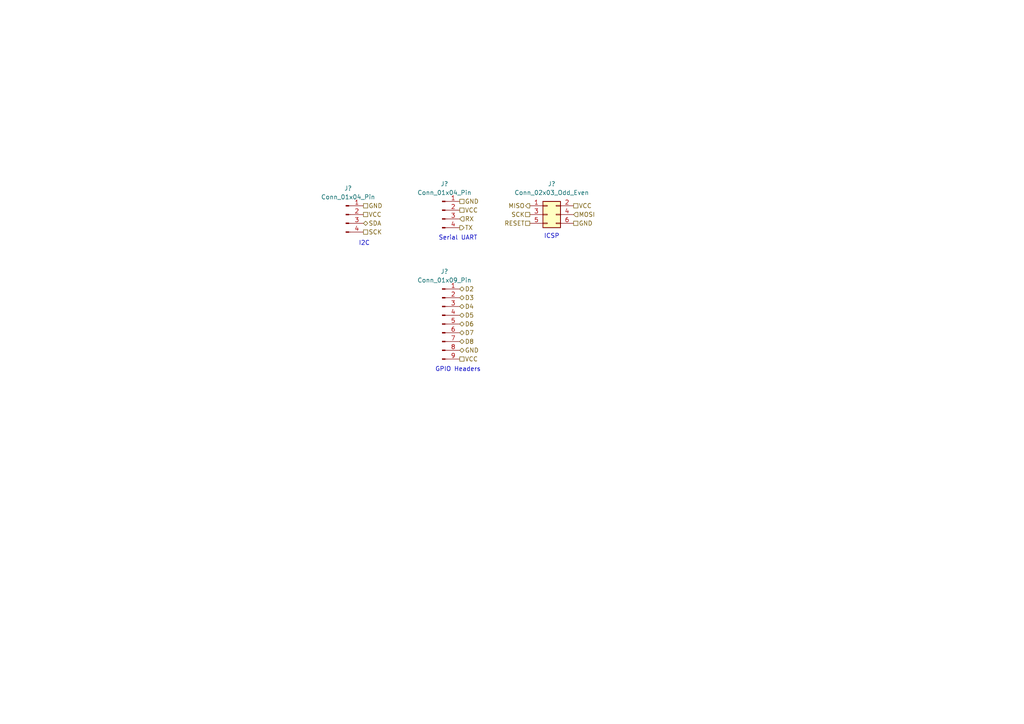
<source format=kicad_sch>
(kicad_sch
	(version 20250114)
	(generator "eeschema")
	(generator_version "9.0")
	(uuid "9ab711ae-867d-40b8-a0ad-11e4e01f040d")
	(paper "A4")
	(lib_symbols
		(symbol "Connector:Conn_01x04_Pin"
			(pin_names
				(offset 1.016)
				(hide yes)
			)
			(exclude_from_sim no)
			(in_bom yes)
			(on_board yes)
			(property "Reference" "J"
				(at 0 5.08 0)
				(effects
					(font
						(size 1.27 1.27)
					)
				)
			)
			(property "Value" "Conn_01x04_Pin"
				(at 0 -7.62 0)
				(effects
					(font
						(size 1.27 1.27)
					)
				)
			)
			(property "Footprint" ""
				(at 0 0 0)
				(effects
					(font
						(size 1.27 1.27)
					)
					(hide yes)
				)
			)
			(property "Datasheet" "~"
				(at 0 0 0)
				(effects
					(font
						(size 1.27 1.27)
					)
					(hide yes)
				)
			)
			(property "Description" "Generic connector, single row, 01x04, script generated"
				(at 0 0 0)
				(effects
					(font
						(size 1.27 1.27)
					)
					(hide yes)
				)
			)
			(property "ki_locked" ""
				(at 0 0 0)
				(effects
					(font
						(size 1.27 1.27)
					)
				)
			)
			(property "ki_keywords" "connector"
				(at 0 0 0)
				(effects
					(font
						(size 1.27 1.27)
					)
					(hide yes)
				)
			)
			(property "ki_fp_filters" "Connector*:*_1x??_*"
				(at 0 0 0)
				(effects
					(font
						(size 1.27 1.27)
					)
					(hide yes)
				)
			)
			(symbol "Conn_01x04_Pin_1_1"
				(rectangle
					(start 0.8636 2.667)
					(end 0 2.413)
					(stroke
						(width 0.1524)
						(type default)
					)
					(fill
						(type outline)
					)
				)
				(rectangle
					(start 0.8636 0.127)
					(end 0 -0.127)
					(stroke
						(width 0.1524)
						(type default)
					)
					(fill
						(type outline)
					)
				)
				(rectangle
					(start 0.8636 -2.413)
					(end 0 -2.667)
					(stroke
						(width 0.1524)
						(type default)
					)
					(fill
						(type outline)
					)
				)
				(rectangle
					(start 0.8636 -4.953)
					(end 0 -5.207)
					(stroke
						(width 0.1524)
						(type default)
					)
					(fill
						(type outline)
					)
				)
				(polyline
					(pts
						(xy 1.27 2.54) (xy 0.8636 2.54)
					)
					(stroke
						(width 0.1524)
						(type default)
					)
					(fill
						(type none)
					)
				)
				(polyline
					(pts
						(xy 1.27 0) (xy 0.8636 0)
					)
					(stroke
						(width 0.1524)
						(type default)
					)
					(fill
						(type none)
					)
				)
				(polyline
					(pts
						(xy 1.27 -2.54) (xy 0.8636 -2.54)
					)
					(stroke
						(width 0.1524)
						(type default)
					)
					(fill
						(type none)
					)
				)
				(polyline
					(pts
						(xy 1.27 -5.08) (xy 0.8636 -5.08)
					)
					(stroke
						(width 0.1524)
						(type default)
					)
					(fill
						(type none)
					)
				)
				(pin passive line
					(at 5.08 2.54 180)
					(length 3.81)
					(name "Pin_1"
						(effects
							(font
								(size 1.27 1.27)
							)
						)
					)
					(number "1"
						(effects
							(font
								(size 1.27 1.27)
							)
						)
					)
				)
				(pin passive line
					(at 5.08 0 180)
					(length 3.81)
					(name "Pin_2"
						(effects
							(font
								(size 1.27 1.27)
							)
						)
					)
					(number "2"
						(effects
							(font
								(size 1.27 1.27)
							)
						)
					)
				)
				(pin passive line
					(at 5.08 -2.54 180)
					(length 3.81)
					(name "Pin_3"
						(effects
							(font
								(size 1.27 1.27)
							)
						)
					)
					(number "3"
						(effects
							(font
								(size 1.27 1.27)
							)
						)
					)
				)
				(pin passive line
					(at 5.08 -5.08 180)
					(length 3.81)
					(name "Pin_4"
						(effects
							(font
								(size 1.27 1.27)
							)
						)
					)
					(number "4"
						(effects
							(font
								(size 1.27 1.27)
							)
						)
					)
				)
			)
			(embedded_fonts no)
		)
		(symbol "Connector:Conn_01x09_Pin"
			(pin_names
				(offset 1.016)
				(hide yes)
			)
			(exclude_from_sim no)
			(in_bom yes)
			(on_board yes)
			(property "Reference" "J"
				(at 0 12.7 0)
				(effects
					(font
						(size 1.27 1.27)
					)
				)
			)
			(property "Value" "Conn_01x09_Pin"
				(at 0 -12.7 0)
				(effects
					(font
						(size 1.27 1.27)
					)
				)
			)
			(property "Footprint" ""
				(at 0 0 0)
				(effects
					(font
						(size 1.27 1.27)
					)
					(hide yes)
				)
			)
			(property "Datasheet" "~"
				(at 0 0 0)
				(effects
					(font
						(size 1.27 1.27)
					)
					(hide yes)
				)
			)
			(property "Description" "Generic connector, single row, 01x09, script generated"
				(at 0 0 0)
				(effects
					(font
						(size 1.27 1.27)
					)
					(hide yes)
				)
			)
			(property "ki_locked" ""
				(at 0 0 0)
				(effects
					(font
						(size 1.27 1.27)
					)
				)
			)
			(property "ki_keywords" "connector"
				(at 0 0 0)
				(effects
					(font
						(size 1.27 1.27)
					)
					(hide yes)
				)
			)
			(property "ki_fp_filters" "Connector*:*_1x??_*"
				(at 0 0 0)
				(effects
					(font
						(size 1.27 1.27)
					)
					(hide yes)
				)
			)
			(symbol "Conn_01x09_Pin_1_1"
				(rectangle
					(start 0.8636 10.287)
					(end 0 10.033)
					(stroke
						(width 0.1524)
						(type default)
					)
					(fill
						(type outline)
					)
				)
				(rectangle
					(start 0.8636 7.747)
					(end 0 7.493)
					(stroke
						(width 0.1524)
						(type default)
					)
					(fill
						(type outline)
					)
				)
				(rectangle
					(start 0.8636 5.207)
					(end 0 4.953)
					(stroke
						(width 0.1524)
						(type default)
					)
					(fill
						(type outline)
					)
				)
				(rectangle
					(start 0.8636 2.667)
					(end 0 2.413)
					(stroke
						(width 0.1524)
						(type default)
					)
					(fill
						(type outline)
					)
				)
				(rectangle
					(start 0.8636 0.127)
					(end 0 -0.127)
					(stroke
						(width 0.1524)
						(type default)
					)
					(fill
						(type outline)
					)
				)
				(rectangle
					(start 0.8636 -2.413)
					(end 0 -2.667)
					(stroke
						(width 0.1524)
						(type default)
					)
					(fill
						(type outline)
					)
				)
				(rectangle
					(start 0.8636 -4.953)
					(end 0 -5.207)
					(stroke
						(width 0.1524)
						(type default)
					)
					(fill
						(type outline)
					)
				)
				(rectangle
					(start 0.8636 -7.493)
					(end 0 -7.747)
					(stroke
						(width 0.1524)
						(type default)
					)
					(fill
						(type outline)
					)
				)
				(rectangle
					(start 0.8636 -10.033)
					(end 0 -10.287)
					(stroke
						(width 0.1524)
						(type default)
					)
					(fill
						(type outline)
					)
				)
				(polyline
					(pts
						(xy 1.27 10.16) (xy 0.8636 10.16)
					)
					(stroke
						(width 0.1524)
						(type default)
					)
					(fill
						(type none)
					)
				)
				(polyline
					(pts
						(xy 1.27 7.62) (xy 0.8636 7.62)
					)
					(stroke
						(width 0.1524)
						(type default)
					)
					(fill
						(type none)
					)
				)
				(polyline
					(pts
						(xy 1.27 5.08) (xy 0.8636 5.08)
					)
					(stroke
						(width 0.1524)
						(type default)
					)
					(fill
						(type none)
					)
				)
				(polyline
					(pts
						(xy 1.27 2.54) (xy 0.8636 2.54)
					)
					(stroke
						(width 0.1524)
						(type default)
					)
					(fill
						(type none)
					)
				)
				(polyline
					(pts
						(xy 1.27 0) (xy 0.8636 0)
					)
					(stroke
						(width 0.1524)
						(type default)
					)
					(fill
						(type none)
					)
				)
				(polyline
					(pts
						(xy 1.27 -2.54) (xy 0.8636 -2.54)
					)
					(stroke
						(width 0.1524)
						(type default)
					)
					(fill
						(type none)
					)
				)
				(polyline
					(pts
						(xy 1.27 -5.08) (xy 0.8636 -5.08)
					)
					(stroke
						(width 0.1524)
						(type default)
					)
					(fill
						(type none)
					)
				)
				(polyline
					(pts
						(xy 1.27 -7.62) (xy 0.8636 -7.62)
					)
					(stroke
						(width 0.1524)
						(type default)
					)
					(fill
						(type none)
					)
				)
				(polyline
					(pts
						(xy 1.27 -10.16) (xy 0.8636 -10.16)
					)
					(stroke
						(width 0.1524)
						(type default)
					)
					(fill
						(type none)
					)
				)
				(pin passive line
					(at 5.08 10.16 180)
					(length 3.81)
					(name "Pin_1"
						(effects
							(font
								(size 1.27 1.27)
							)
						)
					)
					(number "1"
						(effects
							(font
								(size 1.27 1.27)
							)
						)
					)
				)
				(pin passive line
					(at 5.08 7.62 180)
					(length 3.81)
					(name "Pin_2"
						(effects
							(font
								(size 1.27 1.27)
							)
						)
					)
					(number "2"
						(effects
							(font
								(size 1.27 1.27)
							)
						)
					)
				)
				(pin passive line
					(at 5.08 5.08 180)
					(length 3.81)
					(name "Pin_3"
						(effects
							(font
								(size 1.27 1.27)
							)
						)
					)
					(number "3"
						(effects
							(font
								(size 1.27 1.27)
							)
						)
					)
				)
				(pin passive line
					(at 5.08 2.54 180)
					(length 3.81)
					(name "Pin_4"
						(effects
							(font
								(size 1.27 1.27)
							)
						)
					)
					(number "4"
						(effects
							(font
								(size 1.27 1.27)
							)
						)
					)
				)
				(pin passive line
					(at 5.08 0 180)
					(length 3.81)
					(name "Pin_5"
						(effects
							(font
								(size 1.27 1.27)
							)
						)
					)
					(number "5"
						(effects
							(font
								(size 1.27 1.27)
							)
						)
					)
				)
				(pin passive line
					(at 5.08 -2.54 180)
					(length 3.81)
					(name "Pin_6"
						(effects
							(font
								(size 1.27 1.27)
							)
						)
					)
					(number "6"
						(effects
							(font
								(size 1.27 1.27)
							)
						)
					)
				)
				(pin passive line
					(at 5.08 -5.08 180)
					(length 3.81)
					(name "Pin_7"
						(effects
							(font
								(size 1.27 1.27)
							)
						)
					)
					(number "7"
						(effects
							(font
								(size 1.27 1.27)
							)
						)
					)
				)
				(pin passive line
					(at 5.08 -7.62 180)
					(length 3.81)
					(name "Pin_8"
						(effects
							(font
								(size 1.27 1.27)
							)
						)
					)
					(number "8"
						(effects
							(font
								(size 1.27 1.27)
							)
						)
					)
				)
				(pin passive line
					(at 5.08 -10.16 180)
					(length 3.81)
					(name "Pin_9"
						(effects
							(font
								(size 1.27 1.27)
							)
						)
					)
					(number "9"
						(effects
							(font
								(size 1.27 1.27)
							)
						)
					)
				)
			)
			(embedded_fonts no)
		)
		(symbol "Connector_Generic:Conn_02x03_Odd_Even"
			(pin_names
				(offset 1.016)
				(hide yes)
			)
			(exclude_from_sim no)
			(in_bom yes)
			(on_board yes)
			(property "Reference" "J"
				(at 1.27 5.08 0)
				(effects
					(font
						(size 1.27 1.27)
					)
				)
			)
			(property "Value" "Conn_02x03_Odd_Even"
				(at 1.27 -5.08 0)
				(effects
					(font
						(size 1.27 1.27)
					)
				)
			)
			(property "Footprint" ""
				(at 0 0 0)
				(effects
					(font
						(size 1.27 1.27)
					)
					(hide yes)
				)
			)
			(property "Datasheet" "~"
				(at 0 0 0)
				(effects
					(font
						(size 1.27 1.27)
					)
					(hide yes)
				)
			)
			(property "Description" "Generic connector, double row, 02x03, odd/even pin numbering scheme (row 1 odd numbers, row 2 even numbers), script generated (kicad-library-utils/schlib/autogen/connector/)"
				(at 0 0 0)
				(effects
					(font
						(size 1.27 1.27)
					)
					(hide yes)
				)
			)
			(property "ki_keywords" "connector"
				(at 0 0 0)
				(effects
					(font
						(size 1.27 1.27)
					)
					(hide yes)
				)
			)
			(property "ki_fp_filters" "Connector*:*_2x??_*"
				(at 0 0 0)
				(effects
					(font
						(size 1.27 1.27)
					)
					(hide yes)
				)
			)
			(symbol "Conn_02x03_Odd_Even_1_1"
				(rectangle
					(start -1.27 3.81)
					(end 3.81 -3.81)
					(stroke
						(width 0.254)
						(type default)
					)
					(fill
						(type background)
					)
				)
				(rectangle
					(start -1.27 2.667)
					(end 0 2.413)
					(stroke
						(width 0.1524)
						(type default)
					)
					(fill
						(type none)
					)
				)
				(rectangle
					(start -1.27 0.127)
					(end 0 -0.127)
					(stroke
						(width 0.1524)
						(type default)
					)
					(fill
						(type none)
					)
				)
				(rectangle
					(start -1.27 -2.413)
					(end 0 -2.667)
					(stroke
						(width 0.1524)
						(type default)
					)
					(fill
						(type none)
					)
				)
				(rectangle
					(start 3.81 2.667)
					(end 2.54 2.413)
					(stroke
						(width 0.1524)
						(type default)
					)
					(fill
						(type none)
					)
				)
				(rectangle
					(start 3.81 0.127)
					(end 2.54 -0.127)
					(stroke
						(width 0.1524)
						(type default)
					)
					(fill
						(type none)
					)
				)
				(rectangle
					(start 3.81 -2.413)
					(end 2.54 -2.667)
					(stroke
						(width 0.1524)
						(type default)
					)
					(fill
						(type none)
					)
				)
				(pin passive line
					(at -5.08 2.54 0)
					(length 3.81)
					(name "Pin_1"
						(effects
							(font
								(size 1.27 1.27)
							)
						)
					)
					(number "1"
						(effects
							(font
								(size 1.27 1.27)
							)
						)
					)
				)
				(pin passive line
					(at -5.08 0 0)
					(length 3.81)
					(name "Pin_3"
						(effects
							(font
								(size 1.27 1.27)
							)
						)
					)
					(number "3"
						(effects
							(font
								(size 1.27 1.27)
							)
						)
					)
				)
				(pin passive line
					(at -5.08 -2.54 0)
					(length 3.81)
					(name "Pin_5"
						(effects
							(font
								(size 1.27 1.27)
							)
						)
					)
					(number "5"
						(effects
							(font
								(size 1.27 1.27)
							)
						)
					)
				)
				(pin passive line
					(at 7.62 2.54 180)
					(length 3.81)
					(name "Pin_2"
						(effects
							(font
								(size 1.27 1.27)
							)
						)
					)
					(number "2"
						(effects
							(font
								(size 1.27 1.27)
							)
						)
					)
				)
				(pin passive line
					(at 7.62 0 180)
					(length 3.81)
					(name "Pin_4"
						(effects
							(font
								(size 1.27 1.27)
							)
						)
					)
					(number "4"
						(effects
							(font
								(size 1.27 1.27)
							)
						)
					)
				)
				(pin passive line
					(at 7.62 -2.54 180)
					(length 3.81)
					(name "Pin_6"
						(effects
							(font
								(size 1.27 1.27)
							)
						)
					)
					(number "6"
						(effects
							(font
								(size 1.27 1.27)
							)
						)
					)
				)
			)
			(embedded_fonts no)
		)
	)
	(text "ICSP\n"
		(exclude_from_sim no)
		(at 160.02 68.58 0)
		(effects
			(font
				(size 1.27 1.27)
			)
		)
		(uuid "09a675d7-3f70-4547-961d-c539d7e74e29")
	)
	(text "Serial UART\n\n"
		(exclude_from_sim no)
		(at 132.842 70.104 0)
		(effects
			(font
				(size 1.27 1.27)
			)
		)
		(uuid "71c13414-a13f-4532-8c94-132566f7a08a")
	)
	(text "I2C\n"
		(exclude_from_sim no)
		(at 105.664 70.612 0)
		(effects
			(font
				(size 1.27 1.27)
			)
		)
		(uuid "b00b34d0-6981-41ee-b6ea-6a9088017143")
	)
	(text "GPIO Headers\n"
		(exclude_from_sim no)
		(at 132.842 107.188 0)
		(effects
			(font
				(size 1.27 1.27)
			)
		)
		(uuid "f1eaa7b5-5504-4e1a-a5f8-fbd309c64c20")
	)
	(hierarchical_label "D6"
		(shape bidirectional)
		(at 133.35 93.98 0)
		(effects
			(font
				(size 1.27 1.27)
			)
			(justify left)
		)
		(uuid "02288747-389e-47a8-b4d9-201d2d5f6901")
	)
	(hierarchical_label "RX"
		(shape input)
		(at 133.35 63.5 0)
		(effects
			(font
				(size 1.27 1.27)
			)
			(justify left)
		)
		(uuid "0312cb0b-0e56-41fb-b83d-ba786dc0c5ac")
	)
	(hierarchical_label "MISO"
		(shape output)
		(at 153.67 59.69 180)
		(effects
			(font
				(size 1.27 1.27)
			)
			(justify right)
		)
		(uuid "2fb36e50-822f-4503-8d5a-8209336153ff")
	)
	(hierarchical_label "VCC"
		(shape passive)
		(at 166.37 59.69 0)
		(effects
			(font
				(size 1.27 1.27)
			)
			(justify left)
		)
		(uuid "338766d3-b664-42a5-817e-74f91d347104")
	)
	(hierarchical_label "GND"
		(shape bidirectional)
		(at 133.35 101.6 0)
		(effects
			(font
				(size 1.27 1.27)
			)
			(justify left)
		)
		(uuid "35892785-6411-4e24-86d9-8ceb1d132da0")
	)
	(hierarchical_label "GND"
		(shape passive)
		(at 133.35 58.42 0)
		(effects
			(font
				(size 1.27 1.27)
			)
			(justify left)
		)
		(uuid "39560754-de33-4194-b2bf-7a3d6ddeaaf5")
	)
	(hierarchical_label "GND"
		(shape passive)
		(at 166.37 64.77 0)
		(effects
			(font
				(size 1.27 1.27)
			)
			(justify left)
		)
		(uuid "45b378a3-8d7e-4b32-8ddc-60e933b834ec")
	)
	(hierarchical_label "VCC"
		(shape passive)
		(at 133.35 60.96 0)
		(effects
			(font
				(size 1.27 1.27)
			)
			(justify left)
		)
		(uuid "4858d5d6-21b3-431a-9d6f-639511fd9593")
	)
	(hierarchical_label "D2"
		(shape bidirectional)
		(at 133.35 83.82 0)
		(effects
			(font
				(size 1.27 1.27)
			)
			(justify left)
		)
		(uuid "4b5c9055-10cb-4c61-b140-dedf8ebed364")
	)
	(hierarchical_label "D7"
		(shape bidirectional)
		(at 133.35 96.52 0)
		(effects
			(font
				(size 1.27 1.27)
			)
			(justify left)
		)
		(uuid "52a6336a-4d2e-4330-a448-0b37b8acb6b0")
	)
	(hierarchical_label "D4"
		(shape bidirectional)
		(at 133.35 88.9 0)
		(effects
			(font
				(size 1.27 1.27)
			)
			(justify left)
		)
		(uuid "56ebf301-19f4-4806-99a2-068460134eba")
	)
	(hierarchical_label "RESET"
		(shape passive)
		(at 153.67 64.77 180)
		(effects
			(font
				(size 1.27 1.27)
			)
			(justify right)
		)
		(uuid "7b64f8be-b264-40bd-bcd0-5fbcd70325ba")
	)
	(hierarchical_label "SDA"
		(shape bidirectional)
		(at 105.41 64.77 0)
		(effects
			(font
				(size 1.27 1.27)
			)
			(justify left)
		)
		(uuid "83dfb982-1315-4935-b1fb-e138fae7ba17")
	)
	(hierarchical_label "D5"
		(shape bidirectional)
		(at 133.35 91.44 0)
		(effects
			(font
				(size 1.27 1.27)
			)
			(justify left)
		)
		(uuid "8e166247-8b5d-4a0e-95f2-c04cdcc37dbd")
	)
	(hierarchical_label "MOSI"
		(shape input)
		(at 166.37 62.23 0)
		(effects
			(font
				(size 1.27 1.27)
			)
			(justify left)
		)
		(uuid "9be23c90-42e3-4172-88e7-a7750f4cf377")
	)
	(hierarchical_label "SCK"
		(shape passive)
		(at 105.41 67.31 0)
		(effects
			(font
				(size 1.27 1.27)
			)
			(justify left)
		)
		(uuid "9ecc7ddd-0a8c-4a0e-ba54-ebc6be475b22")
	)
	(hierarchical_label "VCC"
		(shape passive)
		(at 105.41 62.23 0)
		(effects
			(font
				(size 1.27 1.27)
			)
			(justify left)
		)
		(uuid "a6d64c5d-0e32-40df-8b83-3c4f440cb61d")
	)
	(hierarchical_label "GND"
		(shape passive)
		(at 105.41 59.69 0)
		(effects
			(font
				(size 1.27 1.27)
			)
			(justify left)
		)
		(uuid "ba1db1b0-2b64-43aa-a67b-6290a513f37f")
	)
	(hierarchical_label "VCC"
		(shape passive)
		(at 133.35 104.14 0)
		(effects
			(font
				(size 1.27 1.27)
			)
			(justify left)
		)
		(uuid "d03298be-8e42-480d-a5cb-334c0ff00e24")
	)
	(hierarchical_label "D8"
		(shape bidirectional)
		(at 133.35 99.06 0)
		(effects
			(font
				(size 1.27 1.27)
			)
			(justify left)
		)
		(uuid "d198067f-838f-459a-ae45-ddf3f99b4480")
	)
	(hierarchical_label "SCK"
		(shape passive)
		(at 153.67 62.23 180)
		(effects
			(font
				(size 1.27 1.27)
			)
			(justify right)
		)
		(uuid "d3d704a2-f51d-4eee-b9b1-7f0b574e49a3")
	)
	(hierarchical_label "D3"
		(shape bidirectional)
		(at 133.35 86.36 0)
		(effects
			(font
				(size 1.27 1.27)
			)
			(justify left)
		)
		(uuid "dac0ec25-e9f5-4a3d-a1df-d5b3972c5708")
	)
	(hierarchical_label "TX"
		(shape output)
		(at 133.35 66.04 0)
		(effects
			(font
				(size 1.27 1.27)
			)
			(justify left)
		)
		(uuid "e0b2d9b2-3508-42d9-92f5-d2f9b86151fb")
	)
	(symbol
		(lib_id "Connector_Generic:Conn_02x03_Odd_Even")
		(at 158.75 62.23 0)
		(unit 1)
		(exclude_from_sim no)
		(in_bom yes)
		(on_board yes)
		(dnp no)
		(fields_autoplaced yes)
		(uuid "65697162-24a0-458a-ad3f-43e961d8a12a")
		(property "Reference" "J?"
			(at 160.02 53.34 0)
			(effects
				(font
					(size 1.27 1.27)
				)
			)
		)
		(property "Value" "Conn_02x03_Odd_Even"
			(at 160.02 55.88 0)
			(effects
				(font
					(size 1.27 1.27)
				)
			)
		)
		(property "Footprint" "Connector_PinHeader_2.54mm:PinHeader_2x03_P2.54mm_Vertical"
			(at 158.75 62.23 0)
			(effects
				(font
					(size 1.27 1.27)
				)
				(hide yes)
			)
		)
		(property "Datasheet" "~"
			(at 158.75 62.23 0)
			(effects
				(font
					(size 1.27 1.27)
				)
				(hide yes)
			)
		)
		(property "Description" "Generic connector, double row, 02x03, odd/even pin numbering scheme (row 1 odd numbers, row 2 even numbers), script generated (kicad-library-utils/schlib/autogen/connector/)"
			(at 158.75 62.23 0)
			(effects
				(font
					(size 1.27 1.27)
				)
				(hide yes)
			)
		)
		(pin "5"
			(uuid "bd2e9744-891b-4ed4-a677-63f4a3605b48")
		)
		(pin "1"
			(uuid "d67b0640-0f36-4960-99a7-346cb0e3e3c1")
		)
		(pin "3"
			(uuid "d983219b-4f7b-4e66-8428-4b8bcf454bf8")
		)
		(pin "4"
			(uuid "d5e1cf72-6a58-4c92-971a-5709d63c5300")
		)
		(pin "6"
			(uuid "8a6ffe5f-591c-4d07-a421-fbf8558e5276")
		)
		(pin "2"
			(uuid "633bf1c8-c0bb-4bdb-830d-df1b749d24f1")
		)
		(instances
			(project ""
				(path "/3778ae35-83d4-453d-85e6-071d5901507f/9f3fe56c-6a9f-4a4b-9dac-944a0a46f4e3"
					(reference "J4")
					(unit 1)
				)
			)
			(project "Connectors"
				(path "/9ab711ae-867d-40b8-a0ad-11e4e01f040d"
					(reference "J?")
					(unit 1)
				)
			)
		)
	)
	(symbol
		(lib_id "Connector:Conn_01x04_Pin")
		(at 100.33 62.23 0)
		(unit 1)
		(exclude_from_sim no)
		(in_bom yes)
		(on_board yes)
		(dnp no)
		(fields_autoplaced yes)
		(uuid "8776a315-d1ef-4c83-ac0e-01214ba2db41")
		(property "Reference" "J?"
			(at 100.965 54.61 0)
			(effects
				(font
					(size 1.27 1.27)
				)
			)
		)
		(property "Value" "Conn_01x04_Pin"
			(at 100.965 57.15 0)
			(effects
				(font
					(size 1.27 1.27)
				)
			)
		)
		(property "Footprint" "Connector_PinHeader_2.54mm:PinHeader_1x04_P2.54mm_Vertical"
			(at 100.33 62.23 0)
			(effects
				(font
					(size 1.27 1.27)
				)
				(hide yes)
			)
		)
		(property "Datasheet" "~"
			(at 100.33 62.23 0)
			(effects
				(font
					(size 1.27 1.27)
				)
				(hide yes)
			)
		)
		(property "Description" "Generic connector, single row, 01x04, script generated"
			(at 100.33 62.23 0)
			(effects
				(font
					(size 1.27 1.27)
				)
				(hide yes)
			)
		)
		(pin "1"
			(uuid "5f8d868a-1a49-4f70-b206-10445cf4677f")
		)
		(pin "2"
			(uuid "f592608c-8084-4bc9-b81e-310dcffd2ef7")
		)
		(pin "4"
			(uuid "7ad99fbf-5714-4982-9c9d-27b8411bb1cc")
		)
		(pin "3"
			(uuid "b90d20fd-388d-4e44-bc87-efb986ed1317")
		)
		(instances
			(project ""
				(path "/3778ae35-83d4-453d-85e6-071d5901507f/9f3fe56c-6a9f-4a4b-9dac-944a0a46f4e3"
					(reference "J1")
					(unit 1)
				)
			)
			(project "Connectors"
				(path "/9ab711ae-867d-40b8-a0ad-11e4e01f040d"
					(reference "J?")
					(unit 1)
				)
			)
		)
	)
	(symbol
		(lib_id "Connector:Conn_01x04_Pin")
		(at 128.27 60.96 0)
		(unit 1)
		(exclude_from_sim no)
		(in_bom yes)
		(on_board yes)
		(dnp no)
		(fields_autoplaced yes)
		(uuid "97c31a5c-b818-4553-8a42-51956d565dc9")
		(property "Reference" "J?"
			(at 128.905 53.34 0)
			(effects
				(font
					(size 1.27 1.27)
				)
			)
		)
		(property "Value" "Conn_01x04_Pin"
			(at 128.905 55.88 0)
			(effects
				(font
					(size 1.27 1.27)
				)
			)
		)
		(property "Footprint" "Connector_PinHeader_2.54mm:PinHeader_1x04_P2.54mm_Vertical"
			(at 128.27 60.96 0)
			(effects
				(font
					(size 1.27 1.27)
				)
				(hide yes)
			)
		)
		(property "Datasheet" "~"
			(at 128.27 60.96 0)
			(effects
				(font
					(size 1.27 1.27)
				)
				(hide yes)
			)
		)
		(property "Description" "Generic connector, single row, 01x04, script generated"
			(at 128.27 60.96 0)
			(effects
				(font
					(size 1.27 1.27)
				)
				(hide yes)
			)
		)
		(pin "2"
			(uuid "bf60a5bb-944d-443e-a473-665500cb9f58")
		)
		(pin "4"
			(uuid "d06bbeae-a124-4122-9015-1ce151ed196c")
		)
		(pin "1"
			(uuid "a4efbb6d-2902-4403-9959-e2a3e3168d73")
		)
		(pin "3"
			(uuid "34a1d2f9-d08e-4ef4-aff3-33084b10a3a8")
		)
		(instances
			(project ""
				(path "/3778ae35-83d4-453d-85e6-071d5901507f/9f3fe56c-6a9f-4a4b-9dac-944a0a46f4e3"
					(reference "J2")
					(unit 1)
				)
			)
			(project "Connectors"
				(path "/9ab711ae-867d-40b8-a0ad-11e4e01f040d"
					(reference "J?")
					(unit 1)
				)
			)
		)
	)
	(symbol
		(lib_id "Connector:Conn_01x09_Pin")
		(at 128.27 93.98 0)
		(unit 1)
		(exclude_from_sim no)
		(in_bom yes)
		(on_board yes)
		(dnp no)
		(fields_autoplaced yes)
		(uuid "c24063c1-2aba-499e-b247-be1b0518ada2")
		(property "Reference" "J?"
			(at 128.905 78.74 0)
			(effects
				(font
					(size 1.27 1.27)
				)
			)
		)
		(property "Value" "Conn_01x09_Pin"
			(at 128.905 81.28 0)
			(effects
				(font
					(size 1.27 1.27)
				)
			)
		)
		(property "Footprint" "Connector_PinHeader_2.54mm:PinHeader_1x09_P2.54mm_Vertical"
			(at 128.27 93.98 0)
			(effects
				(font
					(size 1.27 1.27)
				)
				(hide yes)
			)
		)
		(property "Datasheet" "~"
			(at 128.27 93.98 0)
			(effects
				(font
					(size 1.27 1.27)
				)
				(hide yes)
			)
		)
		(property "Description" "Generic connector, single row, 01x09, script generated"
			(at 128.27 93.98 0)
			(effects
				(font
					(size 1.27 1.27)
				)
				(hide yes)
			)
		)
		(pin "7"
			(uuid "768d73cd-a2bb-48a3-87c9-0a8582401260")
		)
		(pin "9"
			(uuid "500454e0-cf12-4377-837d-b6a88e9115f2")
		)
		(pin "3"
			(uuid "843d44fe-77da-4c46-8373-053b43707518")
		)
		(pin "1"
			(uuid "7fc2ae34-72a4-4ff8-824d-33b0e92aab7c")
		)
		(pin "4"
			(uuid "146be690-bc92-42aa-add0-4fb0ab3ae9b5")
		)
		(pin "6"
			(uuid "7574aca3-e0d2-4467-98f1-b9776e4cb880")
		)
		(pin "5"
			(uuid "8b795295-ae16-4266-953d-1a88d4ec577d")
		)
		(pin "2"
			(uuid "4a980936-5214-40b3-ae30-cb3a8f9842ce")
		)
		(pin "8"
			(uuid "f2068acd-cc32-445d-8025-f1a4f0cf3e49")
		)
		(instances
			(project ""
				(path "/3778ae35-83d4-453d-85e6-071d5901507f/9f3fe56c-6a9f-4a4b-9dac-944a0a46f4e3"
					(reference "J3")
					(unit 1)
				)
			)
			(project "Connectors"
				(path "/9ab711ae-867d-40b8-a0ad-11e4e01f040d"
					(reference "J?")
					(unit 1)
				)
			)
		)
	)
	(sheet_instances
		(path "/"
			(page "1")
		)
	)
	(embedded_fonts no)
)

</source>
